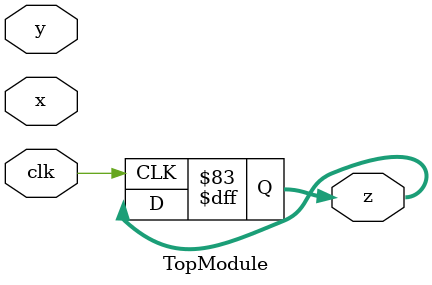
<source format=sv>

module TopModule(
    // Input signals
    input clk,
    input x,
    input y,

    // Output signal
    output [1:0] z
);

    reg [1:0] internal_state;  // State of the internal state machine

    always @(posedge clk) begin
        if (clk == 1'b1) begin
            internal_state <= 2'b00;  // Reset to state 0
        end else if (internal_state == 3'b000 && x == 0 && y == 0) begin
            internal_state <= 3'b001;
            z <= 1'b1;
        end else if (internal_state == 3'b000 && x != 0 && y == 0) begin
            internal_state <= 2'b00;  // Reset to state 0
        end else if (internal_state == 3'b001 && x == 0 && y == 1) begin
            internal_state <= 2'b01;
            z <= 1'b1;
        end else if (internal_state == 3'b001 && x != 0 && y == 1) begin
            internal_state <= 3'b010;
            z <= 1'b0;
        end else if (internal_state == 3'b001 && x == 1 && y == 0) begin
            internal_state <= 3'b011;
            z <= 1'b1;
        end else if (internal_state == 3'b011 && x != 0 && y == 0) begin
            internal_state <= 2'b00;  // Reset to state 0
        end else if (internal_state == 3'b011 && x == 0 && y == 1) begin
            internal_state <= 3'b110;
            z <= 1'b0;
        end else if (internal_state == 3'b011 && x != 0 && y == 1) begin
            internal_state <= 2'b01; // Transition to state with low output
            z <= 1'b0;
        end else if (internal_state == 3'b110 && x == 0 && y == 1) begin
            internal_state <= 3'b111;
            z <= 1'b1;
        end else if (internal_state == 3'b111 && x != 0 && y == 1) begin
            internal_state <= 2'b10; // Transition to state with low output
            z <= 1'b0;
        end else if (internal_state == 3'b110 && x == 1 && y == 0) begin
            internal_state <= 3'b100;
            z <= 1'b1;
        end else if (internal_state == 3'b111 && x == 1 && y == 0) begin
            internal_state <= 2'b11; // Transition to state with high output
            z <= 1'b1;
        end else if (internal_state == 2'b00 && x != 0 && y == 0) begin
            internal_state <= 3'b001;
            z <= 1'b1;
        end else if (internal_state == 2'b01 && x == 0 && y == 1) begin
            internal_state <= 3'b111;
            z <= 1'b0;
        end else if (internal_state == 2'b10 && x != 0 && y == 1) begin
            internal_state <= 3'b100;
            z <= 1'b0;
        end else if (internal_state == 2'b11 && x == 0 && y == 1) begin
            internal_state <= 3'b010; // Transition to state with low output
            z <= 1'b0;
        end
    end

endmodule

// VERILOG-EVAL: errant inclusion of module definition

</source>
